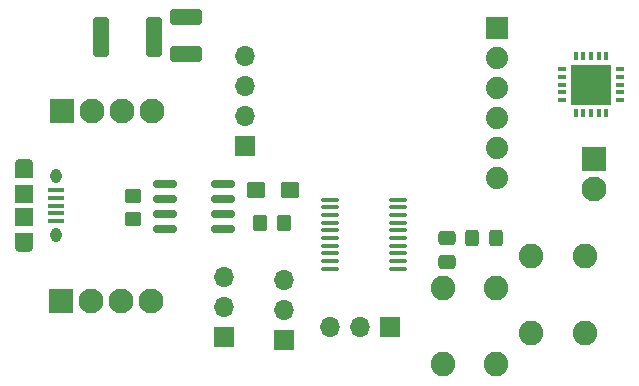
<source format=gbr>
%TF.GenerationSoftware,KiCad,Pcbnew,6.0.11-2627ca5db0~126~ubuntu22.04.1*%
%TF.CreationDate,2023-02-28T18:25:52-05:00*%
%TF.ProjectId,canbus-thermocouple,63616e62-7573-42d7-9468-65726d6f636f,1.0*%
%TF.SameCoordinates,Original*%
%TF.FileFunction,Soldermask,Top*%
%TF.FilePolarity,Negative*%
%FSLAX46Y46*%
G04 Gerber Fmt 4.6, Leading zero omitted, Abs format (unit mm)*
G04 Created by KiCad (PCBNEW 6.0.11-2627ca5db0~126~ubuntu22.04.1) date 2023-02-28 18:25:52*
%MOMM*%
%LPD*%
G01*
G04 APERTURE LIST*
G04 Aperture macros list*
%AMRoundRect*
0 Rectangle with rounded corners*
0 $1 Rounding radius*
0 $2 $3 $4 $5 $6 $7 $8 $9 X,Y pos of 4 corners*
0 Add a 4 corners polygon primitive as box body*
4,1,4,$2,$3,$4,$5,$6,$7,$8,$9,$2,$3,0*
0 Add four circle primitives for the rounded corners*
1,1,$1+$1,$2,$3*
1,1,$1+$1,$4,$5*
1,1,$1+$1,$6,$7*
1,1,$1+$1,$8,$9*
0 Add four rect primitives between the rounded corners*
20,1,$1+$1,$2,$3,$4,$5,0*
20,1,$1+$1,$4,$5,$6,$7,0*
20,1,$1+$1,$6,$7,$8,$9,0*
20,1,$1+$1,$8,$9,$2,$3,0*%
G04 Aperture macros list end*
%ADD10R,1.700000X1.700000*%
%ADD11O,1.700000X1.700000*%
%ADD12R,2.100000X2.100000*%
%ADD13C,2.100000*%
%ADD14R,0.762000X0.304800*%
%ADD15R,0.304800X0.762000*%
%ADD16R,3.352800X3.352800*%
%ADD17RoundRect,0.250000X0.450000X-0.350000X0.450000X0.350000X-0.450000X0.350000X-0.450000X-0.350000X0*%
%ADD18RoundRect,0.250000X-0.475000X0.337500X-0.475000X-0.337500X0.475000X-0.337500X0.475000X0.337500X0*%
%ADD19C,2.082800*%
%ADD20RoundRect,0.250000X-0.350000X-0.450000X0.350000X-0.450000X0.350000X0.450000X-0.350000X0.450000X0*%
%ADD21R,1.879600X1.879600*%
%ADD22C,1.879600*%
%ADD23RoundRect,0.250000X-0.400000X-1.450000X0.400000X-1.450000X0.400000X1.450000X-0.400000X1.450000X0*%
%ADD24RoundRect,0.250000X-0.537500X-0.425000X0.537500X-0.425000X0.537500X0.425000X-0.537500X0.425000X0*%
%ADD25RoundRect,0.250000X1.100000X-0.412500X1.100000X0.412500X-1.100000X0.412500X-1.100000X-0.412500X0*%
%ADD26RoundRect,0.100000X0.637500X0.100000X-0.637500X0.100000X-0.637500X-0.100000X0.637500X-0.100000X0*%
%ADD27R,1.350000X0.400000*%
%ADD28R,1.550000X1.500000*%
%ADD29R,1.550000X1.200000*%
%ADD30O,0.950000X1.250000*%
%ADD31O,1.550000X0.890000*%
%ADD32RoundRect,0.250000X-0.325000X-0.450000X0.325000X-0.450000X0.325000X0.450000X-0.325000X0.450000X0*%
%ADD33RoundRect,0.150000X0.825000X0.150000X-0.825000X0.150000X-0.825000X-0.150000X0.825000X-0.150000X0*%
G04 APERTURE END LIST*
D10*
%TO.C,U3*%
X75197300Y-80977600D03*
D11*
X75197300Y-78437600D03*
X75197300Y-75897600D03*
X75197300Y-73357600D03*
%TD*%
D12*
%TO.C,J4*%
X104750000Y-82100000D03*
D13*
X104750000Y-84640000D03*
%TD*%
D14*
%TO.C,U5*%
X102064300Y-74510000D03*
X102064300Y-75160001D03*
X102064300Y-75810000D03*
X102064300Y-76459999D03*
X102064300Y-77110000D03*
D15*
X103190000Y-78235700D03*
X103840001Y-78235700D03*
X104490000Y-78235700D03*
X105139999Y-78235700D03*
X105790000Y-78235700D03*
D14*
X106915700Y-77110000D03*
X106915700Y-76459999D03*
X106915700Y-75810000D03*
X106915700Y-75160001D03*
X106915700Y-74510000D03*
D15*
X105790000Y-73384300D03*
X105139999Y-73384300D03*
X104490000Y-73384300D03*
X103840001Y-73384300D03*
X103190000Y-73384300D03*
D16*
X104490000Y-75810000D03*
%TD*%
D10*
%TO.C,JP1*%
X73400000Y-97140000D03*
D11*
X73400000Y-94600000D03*
X73400000Y-92060000D03*
%TD*%
D12*
%TO.C,J6*%
X59625000Y-94100000D03*
D13*
X62165000Y-94100000D03*
X64705000Y-94100000D03*
X67245000Y-94100000D03*
%TD*%
D10*
%TO.C,J2*%
X87490000Y-96350000D03*
D11*
X84950000Y-96350000D03*
X82410000Y-96350000D03*
%TD*%
D17*
%TO.C,R8*%
X65700000Y-87200000D03*
X65700000Y-85200000D03*
%TD*%
D18*
%TO.C,C5*%
X92325000Y-88762500D03*
X92325000Y-90837500D03*
%TD*%
D19*
%TO.C,S1*%
X96435600Y-92998800D03*
X96435600Y-99501200D03*
X91914400Y-92998800D03*
X91914400Y-99501200D03*
%TD*%
D20*
%TO.C,R5*%
X76475000Y-87525000D03*
X78475000Y-87525000D03*
%TD*%
D21*
%TO.C,J3*%
X96500000Y-70990000D03*
D22*
X96500000Y-73530000D03*
X96500000Y-76070000D03*
X96500000Y-78610000D03*
X96500000Y-81150000D03*
X96500000Y-83690000D03*
%TD*%
D23*
%TO.C,F1*%
X63000000Y-71775000D03*
X67450000Y-71775000D03*
%TD*%
D24*
%TO.C,C6*%
X76100000Y-84725000D03*
X78975000Y-84725000D03*
%TD*%
D12*
%TO.C,J5*%
X59660000Y-78075000D03*
D13*
X62200000Y-78075000D03*
X64740000Y-78075000D03*
X67280000Y-78075000D03*
%TD*%
D25*
%TO.C,C4*%
X70225000Y-73175000D03*
X70225000Y-70050000D03*
%TD*%
D26*
%TO.C,U2*%
X88125000Y-91400000D03*
X88125000Y-90750000D03*
X88125000Y-90100000D03*
X88125000Y-89450000D03*
X88125000Y-88800000D03*
X88125000Y-88150000D03*
X88125000Y-87500000D03*
X88125000Y-86850000D03*
X88125000Y-86200000D03*
X88125000Y-85550000D03*
X82400000Y-85550000D03*
X82400000Y-86200000D03*
X82400000Y-86850000D03*
X82400000Y-87500000D03*
X82400000Y-88150000D03*
X82400000Y-88800000D03*
X82400000Y-89450000D03*
X82400000Y-90100000D03*
X82400000Y-90750000D03*
X82400000Y-91400000D03*
%TD*%
D19*
%TO.C,S2*%
X103960600Y-90323800D03*
X103960600Y-96826200D03*
X99439400Y-90323800D03*
X99439400Y-96826200D03*
%TD*%
D27*
%TO.C,J1*%
X59210000Y-84750000D03*
X59210000Y-85400000D03*
X59210000Y-86050000D03*
X59210000Y-86700000D03*
X59210000Y-87350000D03*
D28*
X56510000Y-87050000D03*
X56510000Y-85050000D03*
D29*
X56510000Y-88950000D03*
D30*
X59210000Y-83550000D03*
D31*
X56510000Y-82550000D03*
X56510000Y-89550000D03*
D29*
X56510000Y-83150000D03*
D30*
X59210000Y-88550000D03*
%TD*%
D10*
%TO.C,JP2*%
X78525000Y-97425000D03*
D11*
X78525000Y-94885000D03*
X78525000Y-92345000D03*
%TD*%
D32*
%TO.C,FB1*%
X94400000Y-88775000D03*
X96450000Y-88775000D03*
%TD*%
D33*
%TO.C,U4*%
X73325000Y-88015000D03*
X73325000Y-86745000D03*
X73325000Y-85475000D03*
X73325000Y-84205000D03*
X68375000Y-84205000D03*
X68375000Y-85475000D03*
X68375000Y-86745000D03*
X68375000Y-88015000D03*
%TD*%
M02*

</source>
